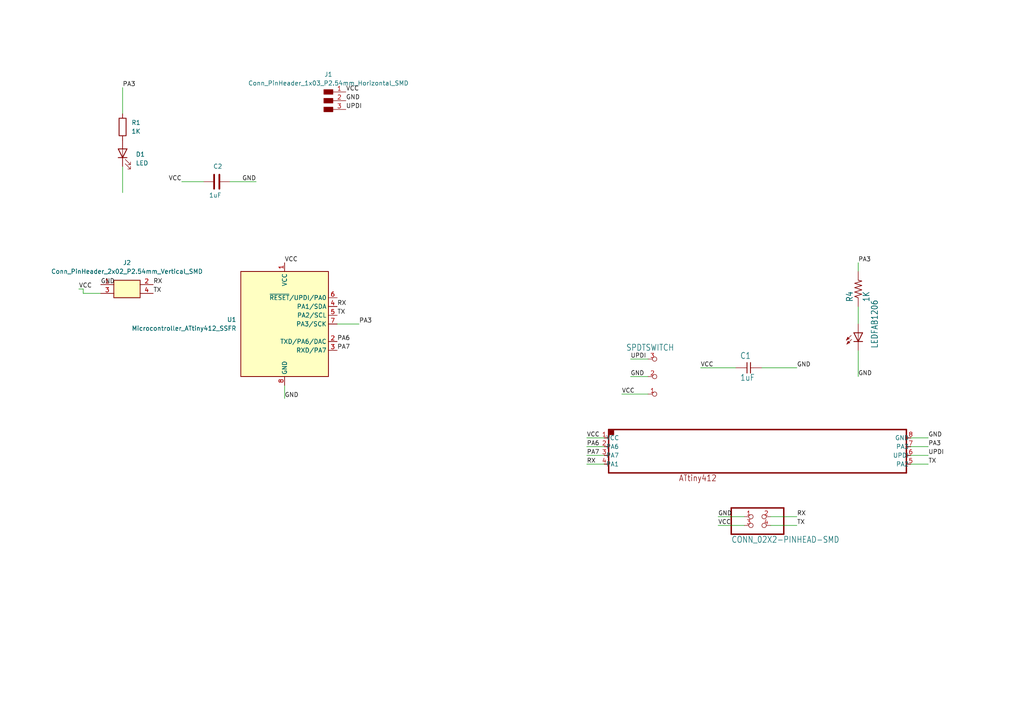
<source format=kicad_sch>
(kicad_sch (version 20231120) (generator "eeschema") (generator_version "8.0")
  (paper "A4")
  (lib_symbols
    (symbol "Device:C" (pin_numbers hide) (pin_names (offset 0.254))
      (property "Reference" "C" (at 0.635 2.54 0))
      (property "Value" "C" (at 0.635 -2.54 0))
      (symbol "C_0_1"
        (polyline (pts (xy -2.032 -0.762) (xy 2.032 -0.762)) (stroke (width 0.508)))
        (polyline (pts (xy -2.032 0.762) (xy 2.032 0.762)) (stroke (width 0.508)))
      )
      (symbol "C_1_1"
        (pin passive line (at 0 3.81 270) (length 2.794) (name "~") (number "1"))
        (pin passive line (at 0 -3.81 90) (length 2.794) (name "~") (number "2"))
      )
    )
    (symbol "Device:LED" (pin_numbers hide) (pin_names (offset 1.016) hide)
      (property "Reference" "D" (at 0 2.54 0))
      (property "Value" "LED" (at 0 -2.54 0))
      (symbol "LED_0_1"
        (polyline (pts (xy -1.27 -1.27) (xy -1.27 1.27)) (stroke (width 0.254)))
        (polyline (pts (xy -1.27 0) (xy 1.27 0)))
        (polyline (pts (xy 1.27 -1.27) (xy 1.27 1.27) (xy -1.27 0) (xy 1.27 -1.27)) (stroke (width 0.254)))
        (polyline (pts (xy -3.048 -0.762) (xy -4.572 -2.286) (xy -3.81 -2.286) (xy -4.572 -2.286) (xy -4.572 -1.524)))
        (polyline (pts (xy -1.778 -0.762) (xy -3.302 -2.286) (xy -2.54 -2.286) (xy -3.302 -2.286) (xy -3.302 -1.524)))
      )
      (symbol "LED_1_1"
        (pin passive line (at -3.81 0 0) (length 2.54) (name "K") (number "1"))
        (pin passive line (at 3.81 0 180) (length 2.54) (name "A") (number "2"))
      )
    )
    (symbol "Device:R" (pin_numbers hide) (pin_names (offset 0))
      (property "Reference" "R" (at 2.032 0 90))
      (property "Value" "R" (at 0 0 90))
      (symbol "R_0_1"
        (rectangle (start -1.016 -2.54) (end 1.016 2.54) (stroke (width 0.254)))
      )
      (symbol "R_1_1"
        (pin passive line (at 0 3.81 270) (length 1.27) (name "~") (number "1"))
        (pin passive line (at 0 -3.81 90) (length 1.27) (name "~") (number "2"))
      )
    )
    (symbol "NodeNodebyhand-eagle-import:CAP_UNPOLARIZEDFAB"
      (property "Reference" "C" (at -3.81 2.54 0))
      (symbol "CAP_UNPOLARIZEDFAB_1_0"
        (polyline (pts (xy -2.54 0) (xy -1.778 0)) (stroke (width 0.1524)))
        (polyline (pts (xy -1.778 0) (xy -1.778 -1.524)) (stroke (width 0.254)))
        (polyline (pts (xy -1.778 1.524) (xy -1.778 0)) (stroke (width 0.254)))
        (polyline (pts (xy -0.762 0) (xy -0.762 -1.524)) (stroke (width 0.254)))
        (polyline (pts (xy -0.762 0) (xy 0 0)) (stroke (width 0.1524)))
        (polyline (pts (xy -0.762 1.524) (xy -0.762 0)) (stroke (width 0.254)))
        (pin passive line (at -5.08 0 0) (length 2.54) (name "1") (number "1"))
        (pin passive line (at 2.54 0 180) (length 2.54) (name "2") (number "2"))
      )
    )
    (symbol "NodeNodebyhand-eagle-import:CONN_02X2-PINHEAD-SMD"
      (symbol "CONN_02X2-PINHEAD-SMD_1_0"
        (polyline (pts (xy -8.89 -2.54) (xy 6.35 -2.54)) (stroke (width 0.4064)))
        (polyline (pts (xy -8.89 5.08) (xy -8.89 -2.54)) (stroke (width 0.4064)))
        (polyline (pts (xy 6.35 -2.54) (xy 6.35 5.08)) (stroke (width 0.4064)))
        (polyline (pts (xy 6.35 5.08) (xy -8.89 5.08)) (stroke (width 0.4064)))
        (pin passive inverted (at -5.08 2.54 0) (length 2.54) (name "1") (number "1"))
        (pin passive inverted (at 2.54 2.54 180) (length 2.54) (name "2") (number "2"))
        (pin passive inverted (at -5.08 0 0) (length 2.54) (name "3") (number "3"))
        (pin passive inverted (at 2.54 0 180) (length 2.54) (name "4") (number "4"))
      )
    )
    (symbol "NodeNodebyhand-eagle-import:LEDFAB1206"
      (symbol "LEDFAB1206_1_0"
        (polyline (pts (xy -2.032 1.778) (xy -3.429 0.381)) (stroke (width 0.1524)))
        (polyline (pts (xy -1.905 0.635) (xy -3.302 -0.762)) (stroke (width 0.1524)))
        (polyline (pts (xy 0 0) (xy -1.27 0)) (stroke (width 0.254)))
        (polyline (pts (xy 0 0) (xy -1.27 2.54)) (stroke (width 0.254)))
        (polyline (pts (xy 0 2.54) (xy -1.27 2.54)) (stroke (width 0.254)))
        (polyline (pts (xy 0 2.54) (xy 0 0)) (stroke (width 0.1524)))
        (polyline (pts (xy 1.27 0) (xy 0 0)) (stroke (width 0.254)))
        (polyline (pts (xy 1.27 2.54) (xy 0 0)) (stroke (width 0.254)))
        (polyline (pts (xy 1.27 2.54) (xy 0 2.54)) (stroke (width 0.254)))
        (polyline (pts (xy -3.429 0.381) (xy -3.048 1.27) (xy -2.54 0.762)) (stroke (width 0.1524)) (fill (type outline)))
        (polyline (pts (xy -3.302 -0.762) (xy -2.921 0.127) (xy -2.413 -0.381)) (stroke (width 0.1524)) (fill (type outline)))
        (pin passive line (at 0 5.08 270) (length 2.54) (name "A") (number "1"))
        (pin passive line (at 0 -2.54 90) (length 2.54) (name "C") (number "2"))
      )
    )
    (symbol "NodeNodebyhand-eagle-import:R1206FAB"
      (property "Reference" "R" (at -3.81 1.4986 0))
      (symbol "R1206FAB_1_0"
        (polyline (pts (xy -2.54 0) (xy -2.159 1.016)) (stroke (width 0.2032)))
        (polyline (pts (xy -2.159 1.016) (xy -1.524 -1.016)) (stroke (width 0.2032)))
        (polyline (pts (xy -1.524 -1.016) (xy -0.889 1.016)) (stroke (width 0.2032)))
        (polyline (pts (xy -0.889 1.016) (xy -0.254 -1.016)) (stroke (width 0.2032)))
        (polyline (pts (xy -0.254 -1.016) (xy 0.381 1.016)) (stroke (width 0.2032)))
        (polyline (pts (xy 0.381 1.016) (xy 1.016 -1.016)) (stroke (width 0.2032)))
        (polyline (pts (xy 1.016 -1.016) (xy 1.651 1.016)) (stroke (width 0.2032)))
        (polyline (pts (xy 1.651 1.016) (xy 2.286 -1.016)) (stroke (width 0.2032)))
        (polyline (pts (xy 2.286 -1.016) (xy 2.54 0)) (stroke (width 0.2032)))
        (pin passive line (at -5.08 0 0) (length 2.54) (name "1") (number "1"))
        (pin passive line (at 5.08 0 180) (length 2.54) (name "2") (number "2"))
      )
    )
    (symbol "NodeNodebyhand-eagle-import:SPDTSWITCH"
      (symbol "SPDTSWITCH_1_0"
        (pin passive inverted (at 0 5.08 180) (length 2.54) (name "1") (number "1"))
        (pin passive inverted (at 0 0 180) (length 2.54) (name "2") (number "2"))
        (pin passive inverted (at 0 -5.08 180) (length 2.54) (name "3") (number "3"))
      )
    )
    (symbol "NodeNodebyhand-eagle-import:UC_ATTINY45SI"
      (symbol "UC_ATTINY45SI_1_0"
        (rectangle (start -51.816 5.969) (end -50.546 7.239) (fill (type outline)))
        (polyline (pts (xy -53.34 -2.54) (xy -52.07 -2.54)) (stroke (width 0.254)))
        (polyline (pts (xy -53.34 0) (xy -52.07 0)) (stroke (width 0.254)))
        (polyline (pts (xy -53.34 2.54) (xy -52.07 2.54)) (stroke (width 0.254)))
        (polyline (pts (xy -53.34 5.08) (xy -52.07 5.08)) (stroke (width 0.254)))
        (polyline (pts (xy -52.07 -5.08) (xy 34.29 -5.08)) (stroke (width 0.4064)))
        (polyline (pts (xy -52.07 -2.54) (xy -52.07 -5.08)) (stroke (width 0.4064)))
        (polyline (pts (xy -52.07 0) (xy -52.07 -2.54)) (stroke (width 0.4064)))
        (polyline (pts (xy -52.07 2.54) (xy -52.07 0)) (stroke (width 0.4064)))
        (polyline (pts (xy -52.07 5.08) (xy -52.07 2.54)) (stroke (width 0.4064)))
        (polyline (pts (xy -52.07 7.493) (xy -52.07 5.08)) (stroke (width 0.4064)))
        (polyline (pts (xy 34.29 -5.08) (xy 34.29 -2.54)) (stroke (width 0.4064)))
        (polyline (pts (xy 34.29 -2.54) (xy 34.29 0)) (stroke (width 0.4064)))
        (polyline (pts (xy 34.29 -2.54) (xy 35.56 -2.54)) (stroke (width 0.254)))
        (polyline (pts (xy 34.29 0) (xy 34.29 2.54)) (stroke (width 0.4064)))
        (polyline (pts (xy 34.29 0) (xy 35.56 0)) (stroke (width 0.254)))
        (polyline (pts (xy 34.29 2.54) (xy 34.29 5.08)) (stroke (width 0.4064)))
        (polyline (pts (xy 34.29 2.54) (xy 35.56 2.54)) (stroke (width 0.254)))
        (polyline (pts (xy 34.29 5.08) (xy 34.29 7.493)) (stroke (width 0.4064)))
        (polyline (pts (xy 34.29 5.08) (xy 35.56 5.08)) (stroke (width 0.254)))
        (polyline (pts (xy 34.29 7.493) (xy -52.07 7.493)) (stroke (width 0.4064)))
        (text "ATtiny412" (at -31.75 -7.62 0) (effects (font (size 1.778 1.5113)) (justify left bottom)))
        (pin bidirectional line (at -53.34 5.08 0) (length 0) (name "VCC") (number "1"))
        (pin bidirectional line (at -53.34 2.54 0) (length 0) (name "PA6") (number "2"))
        (pin bidirectional line (at -53.34 0 0) (length 0) (name "PA7") (number "3"))
        (pin bidirectional line (at -53.34 -2.54 0) (length 0) (name "PA1") (number "4"))
        (pin bidirectional line (at 35.56 -2.54 180) (length 0) (name "PA2") (number "5"))
        (pin bidirectional line (at 35.56 0 180) (length 0) (name "UPDI") (number "6"))
        (pin bidirectional line (at 35.56 2.54 180) (length 0) (name "PA3") (number "7"))
        (pin bidirectional line (at 35.56 5.08 180) (length 0) (name "GND") (number "8"))
      )
    )
    (symbol "fab:Conn_PinHeader_1x03_P2.54mm_Horizontal_SMD" (pin_names hide)
      (property "Reference" "J" (at 0 5.08 0))
      (property "Value" "Conn_PinHeader_1x03_P2.54mm_Horizontal_SMD" (at 0 -5.08 0))
      (symbol "Conn_PinHeader_1x03_P2.54mm_Horizontal_SMD_1_1"
        (rectangle (start -1.27 -1.905) (end 1.27 -3.175) (stroke (width 0.254)) (fill (type outline)))
        (rectangle (start -1.27 0.635) (end 1.27 -0.635) (stroke (width 0.254)) (fill (type outline)))
        (rectangle (start -1.27 3.175) (end 1.27 1.905) (stroke (width 0.254)) (fill (type outline)))
        (pin passive line (at 5.08 2.54 180) (length 3.81) (name "Pin_1") (number "1"))
        (pin passive line (at 5.08 0 180) (length 3.81) (name "Pin_2") (number "2"))
        (pin passive line (at 5.08 -2.54 180) (length 3.81) (name "Pin_3") (number "3"))
      )
    )
    (symbol "fab:Conn_PinHeader_2x02_P2.54mm_Vertical_SMD" (pin_names hide)
      (property "Reference" "J" (at 0 3.81 0))
      (property "Value" "Conn_PinHeader_2x02_P2.54mm_Vertical_SMD" (at 0 -3.81 0))
      (symbol "Conn_PinHeader_2x02_P2.54mm_Vertical_SMD_1_1"
        (rectangle (start -3.81 2.54) (end 3.81 -2.54) (stroke (width 0.254)) (fill (type background)))
        (pin passive line (at -7.62 1.27 0) (length 3.81) (name "Pin_1") (number "1"))
        (pin passive line (at 7.62 1.27 180) (length 3.81) (name "Pin_2") (number "2"))
        (pin passive line (at -7.62 -1.27 0) (length 3.81) (name "Pin_3") (number "3"))
        (pin passive line (at 7.62 -1.27 180) (length 3.81) (name "Pin_4") (number "4"))
      )
    )
    (symbol "fab:Microcontroller_ATtiny412_SSFR"
      (property "Reference" "U" (at -12.7 17.78 0))
      (property "Value" "Microcontroller_ATtiny412_SSFR" (at 2.54 17.78 0))
      (symbol "Microcontroller_ATtiny412_SSFR_0_1"
        (rectangle (start -12.7 -15.24) (end 12.7 15.24) (stroke (width 0.254)) (fill (type background)))
      )
      (symbol "Microcontroller_ATtiny412_SSFR_1_1"
        (pin power_in line (at 0 17.78 270) (length 2.54) (name "VCC") (number "1"))
        (pin bidirectional line (at 15.24 -5.08 180) (length 2.54) (name "TXD/PA6/DAC") (number "2"))
        (pin bidirectional line (at 15.24 -7.62 180) (length 2.54) (name "RXD/PA7") (number "3"))
        (pin bidirectional line (at 15.24 5.08 180) (length 2.54) (name "PA1/SDA") (number "4"))
        (pin bidirectional line (at 15.24 2.54 180) (length 2.54) (name "PA2/SCL") (number "5"))
        (pin bidirectional line (at 15.24 7.62 180) (length 2.54) (name "~{RESET}/UPDI/PA0") (number "6"))
        (pin bidirectional line (at 15.24 0 180) (length 2.54) (name "PA3/SCK") (number "7"))
        (pin power_in line (at 0 -17.78 90) (length 2.54) (name "GND") (number "8"))
      )
    )
  )
  (wire (pts (xy 223.52 149.86) (xy 231.14 149.86)) (stroke (width 0.1524)))
  (wire (pts (xy 97.79 93.98) (xy 104.14 93.98)))
  (wire (pts (xy 24.13 83.82) (xy 24.13 85.09)))
  (wire (pts (xy 175.26 127) (xy 170.18 127)) (stroke (width 0.1524)))
  (wire (pts (xy 187.96 114.3) (xy 180.34 114.3)) (stroke (width 0.1524)))
  (wire (pts (xy 22.86 83.82) (xy 24.13 83.82)))
  (wire (pts (xy 175.26 132.08) (xy 170.18 132.08)) (stroke (width 0.1524)))
  (wire (pts (xy 66.675 52.705) (xy 74.295 52.705)))
  (wire (pts (xy 223.52 152.4) (xy 231.14 152.4)) (stroke (width 0.1524)))
  (wire (pts (xy 24.13 85.09) (xy 29.21 85.09)))
  (wire (pts (xy 248.92 93.98) (xy 248.92 88.9)) (stroke (width 0.1524)))
  (wire (pts (xy 264.16 132.08) (xy 269.24 132.08)) (stroke (width 0.1524)))
  (wire (pts (xy 264.16 134.62) (xy 269.24 134.62)) (stroke (width 0.1524)))
  (wire (pts (xy 215.9 152.4) (xy 208.28 152.4)) (stroke (width 0.1524)))
  (wire (pts (xy 215.9 149.86) (xy 208.28 149.86)) (stroke (width 0.1524)))
  (wire (pts (xy 59.055 52.705) (xy 52.705 52.705)))
  (wire (pts (xy 82.55 115.57) (xy 82.55 111.76)))
  (wire (pts (xy 264.16 127) (xy 269.24 127)) (stroke (width 0.1524)))
  (wire (pts (xy 175.26 134.62) (xy 170.18 134.62)) (stroke (width 0.1524)))
  (wire (pts (xy 175.26 129.54) (xy 170.18 129.54)) (stroke (width 0.1524)))
  (wire (pts (xy 248.92 101.6) (xy 248.92 109.22)) (stroke (width 0.1524)))
  (wire (pts (xy 187.96 104.14) (xy 182.88 104.14)) (stroke (width 0.1524)))
  (wire (pts (xy 187.96 109.22) (xy 182.88 109.22)) (stroke (width 0.1524)))
  (wire (pts (xy 264.16 129.54) (xy 269.24 129.54)) (stroke (width 0.1524)))
  (wire (pts (xy 248.92 78.74) (xy 248.92 76.2)) (stroke (width 0.1524)))
  (wire (pts (xy 213.36 106.68) (xy 203.2 106.68)) (stroke (width 0.1524)))
  (wire (pts (xy 220.98 106.68) (xy 231.14 106.68)) (stroke (width 0.1524)))
  (wire (pts (xy 35.56 48.26) (xy 35.56 55.88)))
  (wire (pts (xy 35.56 25.4) (xy 35.56 33.02)))
  (label "GND" (at 269.24 127 0) (effects (font (size 1.2446 1.2446))))
  (label "TX" (at 97.79 91.44 0))
  (label "PA7" (at 97.79 101.6 0))
  (label "VCC" (at 82.55 76.2 0))
  (label "RX" (at 97.79 88.9 0))
  (label "TX" (at 231.14 152.4 0) (effects (font (size 1.2446 1.2446))))
  (label "UPDI" (at 100.33 31.75 0))
  (label "UPDI" (at 182.88 104.14 0) (effects (font (size 1.2446 1.2446))))
  (label "TX" (at 44.45 85.09 0))
  (label "VCC" (at 180.34 114.3 0) (effects (font (size 1.2446 1.2446))))
  (label "VCC" (at 22.86 83.82 0))
  (label "GND" (at 82.55 115.57 0))
  (label "PA3" (at 248.92 76.2 0) (effects (font (size 1.2446 1.2446))))
  (label "TX" (at 269.24 134.62 0) (effects (font (size 1.2446 1.2446))))
  (label "GND" (at 248.92 109.22 0) (effects (font (size 1.2446 1.2446))))
  (label "RX" (at 170.18 134.62 0) (effects (font (size 1.2446 1.2446))))
  (label "PA3" (at 35.56 25.4 0))
  (label "GND" (at 100.33 29.21 0))
  (label "PA6" (at 97.79 99.06 0))
  (label "GND" (at 182.88 109.22 0) (effects (font (size 1.2446 1.2446))))
  (label "VCC" (at 203.2 106.68 0) (effects (font (size 1.2446 1.2446))))
  (label "PA7" (at 170.18 132.08 0) (effects (font (size 1.2446 1.2446))))
  (label "VCC" (at 100.33 26.67 0))
  (label "GND" (at 29.21 82.55 0))
  (label "PA3" (at 104.14 93.98 0))
  (label "RX" (at 44.45 82.55 0))
  (label "RX" (at 231.14 149.86 0) (effects (font (size 1.2446 1.2446))))
  (label "VCC" (at 52.705 52.705 180))
  (label "UPDI" (at 269.24 132.08 0) (effects (font (size 1.2446 1.2446))))
  (label "GND" (at 231.14 106.68 0) (effects (font (size 1.2446 1.2446))))
  (label "PA6" (at 170.18 129.54 0) (effects (font (size 1.2446 1.2446))))
  (label "VCC" (at 170.18 127 0) (effects (font (size 1.2446 1.2446))))
  (label "VCC" (at 208.28 152.4 0) (effects (font (size 1.2446 1.2446))))
  (label "PA3" (at 269.24 129.54 0) (effects (font (size 1.2446 1.2446))))
  (label "GND" (at 74.295 52.705 180))
  (label "GND" (at 208.28 149.86 0) (effects (font (size 1.2446 1.2446))))
  (symbol (lib_id "Device:LED") (at 35.56 44.45 90) (unit 1)
    (property "Reference" "D1" (at 39.37 44.7674 90) (effects (justify right)))
    (property "Value" "LED" (at 39.37 47.3074 90) (effects (justify right)))
    (property "Description" "Light emitting diode" (effects (hide yes)))
  )
  (symbol (lib_id "NodeNodebyhand-eagle-import:SPDTSWITCH") (at 187.96 109.22 180) (unit 1)
    (property "Reference" "U$5" (effects (hide yes)))
    (property "Value" "SPDTSWITCH" (at 195.58 99.822 0) (effects (font (size 1.778 1.5113)) (justify left bottom)))
    (property "Footprint" "NodeNodebyhand:SPDTSWITCH" (effects (hide yes)))
  )
  (symbol (lib_id "NodeNodebyhand-eagle-import:LEDFAB1206") (at 248.92 99.06 0) (unit 1)
    (property "Reference" "U$3" (effects (hide yes)))
    (property "Value" "LEDFAB1206" (at 254.635 101.092 90) (effects (font (size 1.778 1.5113)) (justify left bottom)))
    (property "Footprint" "NodeNodebyhand:LED1206FAB" (effects (hide yes)))
  )
  (symbol (lib_id "NodeNodebyhand-eagle-import:UC_ATTINY45SI") (at 228.6 132.08 0) (unit 1)
    (property "Reference" "U$8" (effects (hide yes)))
    (property "Value" "UC_ATTINY45SI" (effects (hide yes)))
    (property "Footprint" "NodeNodebyhand:SOIC8" (effects (hide yes)))
  )
  (symbol (lib_id "Device:R") (at 35.56 36.83 0) (unit 1)
    (property "Reference" "R1" (at 38.1 35.5599 0) (effects (justify left)))
    (property "Value" "1K" (at 38.1 38.0999 0) (effects (justify left)))
    (property "Footprint" "fab_footprints:R_1206" (effects (hide yes)))
    (property "Description" "Resistor" (effects (hide yes)))
  )
  (symbol (lib_id "fab:Microcontroller_ATtiny412_SSFR") (at 82.55 93.98 0) (unit 1)
    (property "Reference" "U1" (at 68.58 92.7099 0) (effects (justify right)))
    (property "Value" "Microcontroller_ATtiny412_SSFR" (at 68.58 95.2499 0) (effects (justify right)))
    (property "Footprint" "fab_footprints:SOIC-8_3.9x4.9mm_P1.27mm" (effects (hide yes)))
    (property "Datasheet" "http://ww1.microchip.com/downloads/en/DeviceDoc/40001911A.pdf" (effects (hide yes)))
    (property "Description" "AVR tinyAVR™ 1 Microcontroller IC 8-Bit 20MHz 4KB (4K x 8) FLASH 8-SOIC" (effects (hide yes)))
  )
  (symbol (lib_id "fab:Conn_PinHeader_2x02_P2.54mm_Vertical_SMD") (at 36.83 83.82 0) (unit 1)
    (property "Reference" "J2" (at 36.83 76.2 0))
    (property "Value" "Conn_PinHeader_2x02_P2.54mm_Vertical_SMD" (at 36.83 78.74 0))
    (property "Footprint" "fab_footprints:PinHeader_2x02_P2.54mm_Vertical_SMD" (effects (hide yes)))
    (property "Datasheet" "https://cdn.amphenol-icc.com/media/wysiwyg/files/drawing/95278.pdf" (effects (hide yes)))
    (property "Description" "Connector Header Surface Mount 4 position 0.100\" (2.54mm)" (effects (hide yes)))
  )
  (symbol (lib_id "NodeNodebyhand-eagle-import:CONN_02X2-PINHEAD-SMD") (at 220.98 152.4 0) (unit 1)
    (property "Reference" "U$4" (effects (hide yes)))
    (property "Value" "CONN_02X2-PINHEAD-SMD" (at 212.09 157.48 0) (effects (font (size 1.778 1.5113)) (justify left bottom)))
    (property "Footprint" "NodeNodebyhand:2X02SMD" (effects (hide yes)))
  )
  (symbol (lib_id "NodeNodebyhand-eagle-import:R1206FAB") (at 248.92 83.82 90) (unit 1)
    (property "Reference" "R4" (at 247.4214 87.63 0) (effects (font (size 1.778 1.5113)) (justify left bottom)))
    (property "Value" "1K" (at 252.222 87.63 0) (effects (font (size 1.778 1.5113)) (justify left bottom)))
    (property "Footprint" "NodeNodebyhand:R1206FAB" (effects (hide yes)))
  )
  (symbol (lib_id "fab:Conn_PinHeader_1x03_P2.54mm_Horizontal_SMD") (at 95.25 29.21 0) (unit 1)
    (property "Reference" "J1" (at 95.25 21.59 0))
    (property "Value" "Conn_PinHeader_1x03_P2.54mm_Horizontal_SMD" (at 95.25 24.13 0))
    (property "Footprint" "fab_footprints:PinHeader_1x03_P2.54mm_Horizontal_SMD" (effects (hide yes)))
    (property "Description" "Male connector, single row" (effects (hide yes)))
  )
  (symbol (lib_id "NodeNodebyhand-eagle-import:CAP_UNPOLARIZEDFAB") (at 218.44 106.68 0) (unit 1)
    (property "Reference" "C1" (at 214.63 104.14 0) (effects (font (size 1.778 1.5113)) (justify left bottom)))
    (property "Value" "1uF" (at 214.63 110.49 0) (effects (font (size 1.778 1.5113)) (justify left bottom)))
    (property "Footprint" "NodeNodebyhand:C1206FAB" (effects (hide yes)))
  )
  (symbol (lib_id "Device:C") (at 62.865 52.705 90) (unit 1)
    (property "Reference" "C2" (at 64.516 48.26 90) (effects (justify left)))
    (property "Value" "1uF" (at 64.262 56.642 90) (effects (justify left)))
    (property "Footprint" "fab_footprints:C_1206" (effects (hide yes)))
    (property "Description" "Unpolarized capacitor" (effects (hide yes)))
  )
)
</source>
